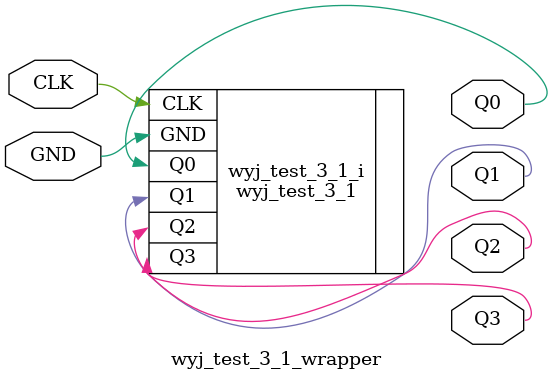
<source format=v>
`timescale 1 ps / 1 ps

module wyj_test_3_1_wrapper
   (CLK,
    GND,
    Q0,
    Q1,
    Q2,
    Q3);
  input CLK;
  input GND;
  output Q0;
  output Q1;
  output Q2;
  output Q3;

  wire CLK;
  wire GND;
  wire Q0;
  wire Q1;
  wire Q2;
  wire Q3;

  wyj_test_3_1 wyj_test_3_1_i
       (.CLK(CLK),
        .GND(GND),
        .Q0(Q0),
        .Q1(Q1),
        .Q2(Q2),
        .Q3(Q3));
endmodule

</source>
